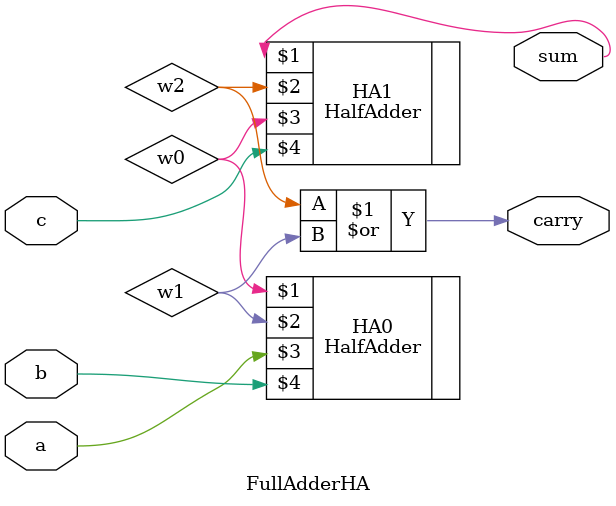
<source format=v>
module FullAdderHA(sum,carry,a,b,c);
  input a,b,c;
  output sum,carry;
  wire w0,w1,w2;
  HalfAdder HA0(w0,w1,a,b);
  HalfAdder HA1(sum,w2,w0,c);
  assign carry=w2|w1;
endmodule
</source>
